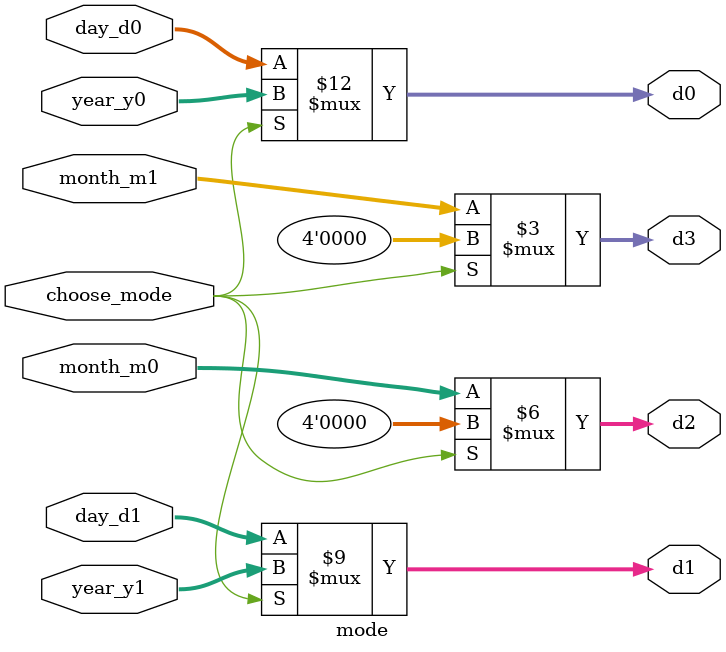
<source format=v>
`timescale 1ns / 1ps


module mode(
    input  choose_mode,
    input  [3:0] day_d0,
    input  [3:0] day_d1,
    input  [3:0] month_m0,
    input  [3:0] month_m1,
    input  [3:0] year_y0,
    input  [3:0] year_y1,
    output reg [3:0] d0,
    output reg [3:0] d1,
    output reg [3:0] d2,
    output reg [3:0] d3
    );
    
    always@*
        if(choose_mode) 
        begin //year
            d0 <= year_y0;
            d1 <= year_y1;
            d2 <= 4'd0;
            d3 <= 4'd0;
        end
        else
        begin //month/day
            d0 <= day_d0;
            d1 <= day_d1;
            d2 <= month_m0;
            d3 <= month_m1;
        end
endmodule

</source>
